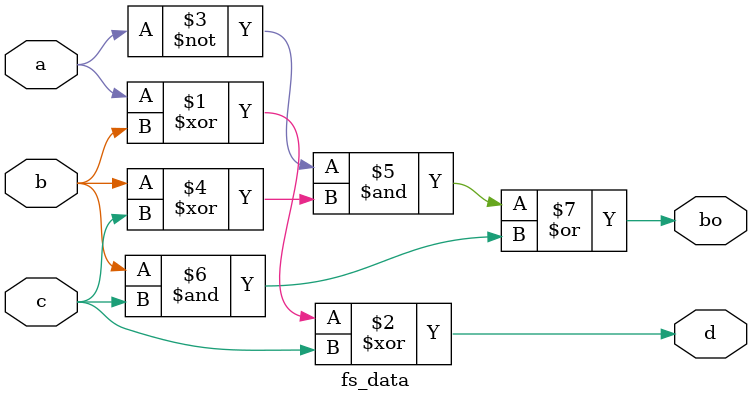
<source format=v>
module fs_data (a,b,c,d,bo);
input a,b,c;
output d,bo;
assign d=a^b^c;
assign bo= ~a & (b^c) | (b & c);
endmodule
</source>
